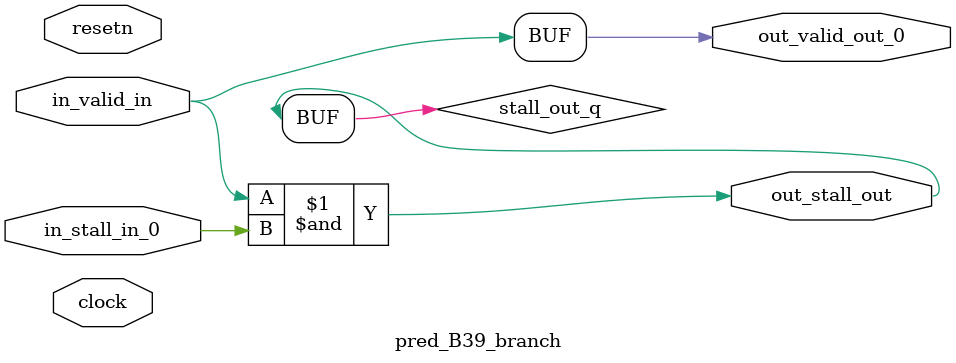
<source format=sv>



(* altera_attribute = "-name AUTO_SHIFT_REGISTER_RECOGNITION OFF; -name MESSAGE_DISABLE 10036; -name MESSAGE_DISABLE 10037; -name MESSAGE_DISABLE 14130; -name MESSAGE_DISABLE 14320; -name MESSAGE_DISABLE 15400; -name MESSAGE_DISABLE 14130; -name MESSAGE_DISABLE 10036; -name MESSAGE_DISABLE 12020; -name MESSAGE_DISABLE 12030; -name MESSAGE_DISABLE 12010; -name MESSAGE_DISABLE 12110; -name MESSAGE_DISABLE 14320; -name MESSAGE_DISABLE 13410; -name MESSAGE_DISABLE 113007; -name MESSAGE_DISABLE 10958" *)
module pred_B39_branch (
    input wire [0:0] in_stall_in_0,
    input wire [0:0] in_valid_in,
    output wire [0:0] out_stall_out,
    output wire [0:0] out_valid_out_0,
    input wire clock,
    input wire resetn
    );

    wire [0:0] stall_out_q;


    // stall_out(LOGICAL,6)
    assign stall_out_q = in_valid_in & in_stall_in_0;

    // out_stall_out(GPOUT,4)
    assign out_stall_out = stall_out_q;

    // out_valid_out_0(GPOUT,5)
    assign out_valid_out_0 = in_valid_in;

endmodule

</source>
